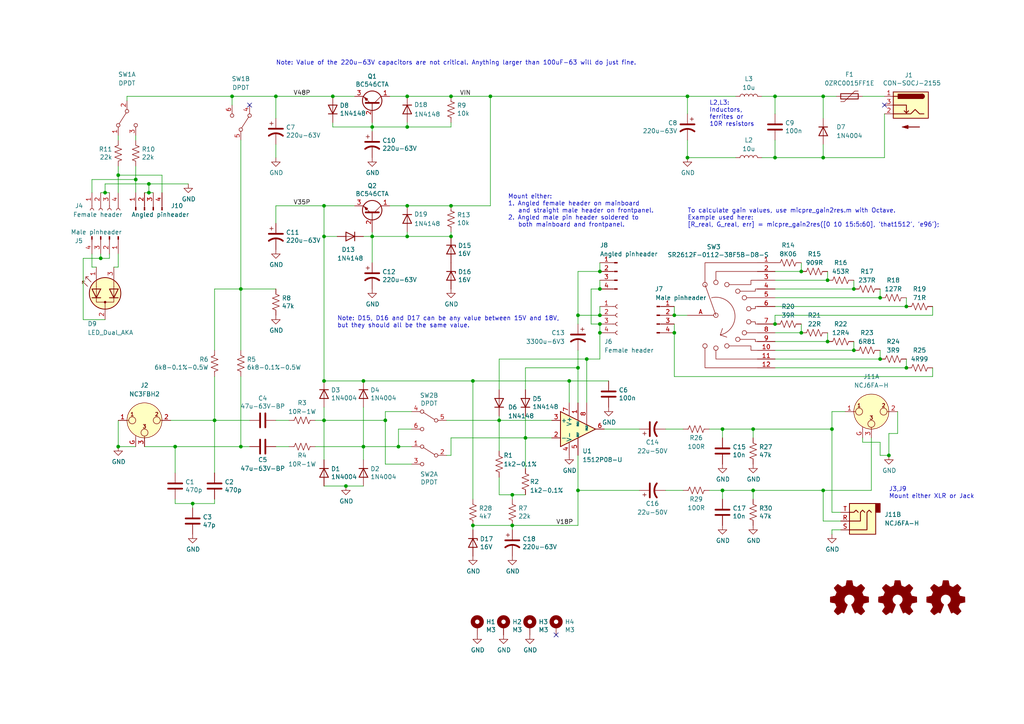
<source format=kicad_sch>
(kicad_sch (version 20231120) (generator "eeschema") (generator_version "8.0")
  (paper "A4")
  (title_block (title "ThatMicPre") (date "2023-03-15") (rev "2.0") (company "github.com/ojg/thatmicpre") (comment 1 "Rackmount version"))
  (junction (at 232.41 78.74))
  (junction (at 130.81 68.58))
  (junction (at 29.21 74.93))
  (junction (at 224.79 45.72))
  (junction (at 107.95 36.83))
  (junction (at 118.11 27.94))
  (junction (at 170.18 104.14))
  (junction (at 165.1 110.49))
  (junction (at 80.01 27.94))
  (junction (at 93.98 110.49))
  (junction (at 62.23 121.92))
  (junction (at 43.18 53.34))
  (junction (at 105.41 129.54))
  (junction (at 148.59 143.51))
  (junction (at 173.99 96.52))
  (junction (at 238.76 27.94))
  (junction (at 137.16 152.4))
  (junction (at 115.57 129.54))
  (junction (at 224.79 93.98))
  (junction (at 255.27 86.36))
  (junction (at 218.44 124.46))
  (junction (at 195.58 96.52))
  (junction (at 240.03 99.06))
  (junction (at 238.76 142.24))
  (junction (at 69.85 129.54))
  (junction (at 111.76 121.92))
  (junction (at 34.29 129.54))
  (junction (at 255.27 104.14))
  (junction (at 34.29 50.8))
  (junction (at 69.85 83.82))
  (junction (at 118.11 36.83))
  (junction (at 209.55 142.24))
  (junction (at 173.99 83.82))
  (junction (at 173.99 78.74))
  (junction (at 257.81 132.08))
  (junction (at 137.16 110.49))
  (junction (at 152.4 127))
  (junction (at 93.98 121.92))
  (junction (at 55.88 146.05))
  (junction (at 107.95 68.58))
  (junction (at 50.8 129.54))
  (junction (at 93.98 59.69))
  (junction (at 167.64 142.24))
  (junction (at 148.59 152.4))
  (junction (at 144.78 121.92))
  (junction (at 224.79 27.94))
  (junction (at 100.33 140.97))
  (junction (at 118.11 68.58))
  (junction (at 43.18 55.88))
  (junction (at 67.31 27.94))
  (junction (at 232.41 96.52))
  (junction (at 240.03 81.28))
  (junction (at 118.11 59.69))
  (junction (at 209.55 124.46))
  (junction (at 218.44 142.24))
  (junction (at 262.89 88.9))
  (junction (at 247.65 83.82))
  (junction (at 39.37 52.07))
  (junction (at 247.65 101.6))
  (junction (at 30.48 55.88))
  (junction (at 173.99 93.98))
  (junction (at 238.76 45.72))
  (junction (at 130.81 59.69))
  (junction (at 262.89 106.68))
  (junction (at 241.3 124.46))
  (junction (at 96.52 27.94))
  (junction (at 199.39 45.72))
  (junction (at 105.41 110.49))
  (junction (at 173.99 91.44))
  (junction (at 167.64 91.44))
  (junction (at 93.98 68.58))
  (junction (at 142.24 27.94))
  (junction (at 167.64 106.68))
  (junction (at 199.39 27.94))
  (junction (at 130.81 27.94))
  (junction (at 195.58 91.44))
  (no_connect (at 72.39 30.48))
  (no_connect (at 161.29 184.15))
  (no_connect (at 256.54 30.48))
  (wire (pts (xy 170.18 104.14) (xy 170.18 116.84)))
  (wire (pts (xy 238.76 27.94) (xy 242.57 27.94)))
  (wire (pts (xy 29.21 74.93) (xy 24.13 74.93)))
  (wire (pts (xy 41.91 55.88) (xy 43.18 55.88)))
  (wire (pts (xy 255.27 101.6) (xy 255.27 104.14)))
  (wire (pts (xy 69.85 83.82) (xy 80.01 83.82)))
  (wire (pts (xy 209.55 144.78) (xy 209.55 142.24)))
  (wire (pts (xy 93.98 59.69) (xy 102.87 59.69)))
  (wire (pts (xy 33.02 77.47) (xy 34.29 77.47)))
  (wire (pts (xy 255.27 128.27) (xy 255.27 132.08)))
  (wire (pts (xy 67.31 27.94) (xy 80.01 27.94)))
  (wire (pts (xy 29.21 73.66) (xy 29.21 74.93)))
  (wire (pts (xy 34.29 48.26) (xy 34.29 50.8)))
  (wire (pts (xy 69.85 109.22) (xy 69.85 129.54)))
  (wire (pts (xy 205.74 142.24) (xy 209.55 142.24)))
  (wire (pts (xy 130.81 68.58) (xy 130.81 67.31)))
  (wire (pts (xy 80.01 64.77) (xy 80.01 59.69)))
  (wire (pts (xy 240.03 78.74) (xy 240.03 81.28)))
  (wire (pts (xy 137.16 144.78) (xy 137.16 110.49)))
  (wire (pts (xy 167.64 91.44) (xy 173.99 91.44)))
  (wire (pts (xy 256.54 33.02) (xy 256.54 45.72)))
  (wire (pts (xy 167.64 101.6) (xy 167.64 106.68)))
  (wire (pts (xy 185.42 124.46) (xy 175.26 124.46)))
  (wire (pts (xy 107.95 38.1) (xy 107.95 36.83)))
  (wire (pts (xy 241.3 119.38) (xy 241.3 124.46)))
  (wire (pts (xy 195.58 96.52) (xy 195.58 109.22)))
  (wire (pts (xy 137.16 153.67) (xy 137.16 152.4)))
  (wire (pts (xy 160.02 127) (xy 152.4 127)))
  (wire (pts (xy 224.79 93.98) (xy 224.79 91.44)))
  (wire (pts (xy 137.16 110.49) (xy 165.1 110.49)))
  (wire (pts (xy 50.8 137.16) (xy 50.8 129.54)))
  (wire (pts (xy 93.98 121.92) (xy 93.98 133.35)))
  (wire (pts (xy 118.11 27.94) (xy 130.81 27.94)))
  (wire (pts (xy 80.01 41.91) (xy 80.01 45.72)))
  (wire (pts (xy 250.19 128.27) (xy 250.19 127)))
  (wire (pts (xy 224.79 81.28) (xy 240.03 81.28)))
  (wire (pts (xy 167.64 152.4) (xy 167.64 142.24)))
  (wire (pts (xy 80.01 34.29) (xy 80.01 27.94)))
  (wire (pts (xy 247.65 81.28) (xy 247.65 83.82)))
  (wire (pts (xy 105.41 129.54) (xy 105.41 118.11)))
  (wire (pts (xy 241.3 148.59) (xy 241.3 124.46)))
  (wire (pts (xy 241.3 119.38) (xy 245.11 119.38)))
  (wire (pts (xy 148.59 143.51) (xy 152.4 143.51)))
  (wire (pts (xy 224.79 106.68) (xy 262.89 106.68)))
  (wire (pts (xy 199.39 27.94) (xy 199.39 33.02)))
  (wire (pts (xy 173.99 96.52) (xy 173.99 104.14)))
  (wire (pts (xy 224.79 96.52) (xy 232.41 96.52)))
  (wire (pts (xy 144.78 143.51) (xy 148.59 143.51)))
  (wire (pts (xy 152.4 120.65) (xy 152.4 127)))
  (wire (pts (xy 26.67 55.88) (xy 26.67 52.07)))
  (wire (pts (xy 224.79 40.64) (xy 224.79 45.72)))
  (wire (pts (xy 129.54 121.92) (xy 144.78 121.92)))
  (wire (pts (xy 224.79 45.72) (xy 238.76 45.72)))
  (wire (pts (xy 107.95 35.56) (xy 107.95 36.83)))
  (wire (pts (xy 224.79 99.06) (xy 240.03 99.06)))
  (wire (pts (xy 218.44 124.46) (xy 241.3 124.46)))
  (wire (pts (xy 93.98 140.97) (xy 100.33 140.97)))
  (wire (pts (xy 30.48 53.34) (xy 43.18 53.34)))
  (wire (pts (xy 105.41 133.35) (xy 105.41 129.54)))
  (wire (pts (xy 199.39 27.94) (xy 213.36 27.94)))
  (wire (pts (xy 83.82 121.92) (xy 80.01 121.92)))
  (wire (pts (xy 255.27 83.82) (xy 255.27 86.36)))
  (wire (pts (xy 241.3 153.67) (xy 241.3 154.94)))
  (wire (pts (xy 43.18 55.88) (xy 43.18 53.34)))
  (wire (pts (xy 255.27 132.08) (xy 257.81 132.08)))
  (wire (pts (xy 30.48 55.88) (xy 30.48 53.34)))
  (wire (pts (xy 130.81 36.83) (xy 130.81 35.56)))
  (wire (pts (xy 107.95 68.58) (xy 118.11 68.58)))
  (wire (pts (xy 247.65 83.82) (xy 224.79 83.82)))
  (wire (pts (xy 148.59 153.67) (xy 148.59 152.4)))
  (wire (pts (xy 115.57 124.46) (xy 115.57 129.54)))
  (wire (pts (xy 198.12 142.24) (xy 193.04 142.24)))
  (wire (pts (xy 144.78 143.51) (xy 144.78 138.43)))
  (wire (pts (xy 232.41 93.98) (xy 232.41 96.52)))
  (wire (pts (xy 224.79 88.9) (xy 262.89 88.9)))
  (wire (pts (xy 224.79 86.36) (xy 255.27 86.36)))
  (wire (pts (xy 171.45 93.98) (xy 171.45 83.82)))
  (wire (pts (xy 34.29 73.66) (xy 34.29 77.47)))
  (wire (pts (xy 80.01 27.94) (xy 96.52 27.94)))
  (wire (pts (xy 240.03 96.52) (xy 240.03 99.06)))
  (wire (pts (xy 55.88 147.32) (xy 55.88 146.05)))
  (wire (pts (xy 29.21 55.88) (xy 30.48 55.88)))
  (wire (pts (xy 195.58 88.9) (xy 195.58 91.44)))
  (wire (pts (xy 118.11 35.56) (xy 118.11 36.83)))
  (wire (pts (xy 224.79 27.94) (xy 224.79 33.02)))
  (wire (pts (xy 36.83 29.21) (xy 36.83 27.94)))
  (wire (pts (xy 31.75 73.66) (xy 31.75 74.93)))
  (wire (pts (xy 144.78 120.65) (xy 144.78 121.92)))
  (wire (pts (xy 218.44 142.24) (xy 238.76 142.24)))
  (wire (pts (xy 39.37 48.26) (xy 39.37 52.07)))
  (wire (pts (xy 50.8 146.05) (xy 55.88 146.05)))
  (wire (pts (xy 260.35 125.73) (xy 257.81 125.73)))
  (wire (pts (xy 152.4 135.89) (xy 152.4 127)))
  (wire (pts (xy 118.11 59.69) (xy 130.81 59.69)))
  (wire (pts (xy 250.19 128.27) (xy 255.27 128.27)))
  (wire (pts (xy 93.98 110.49) (xy 105.41 110.49)))
  (wire (pts (xy 83.82 129.54) (xy 80.01 129.54)))
  (wire (pts (xy 130.81 27.94) (xy 142.24 27.94)))
  (wire (pts (xy 43.18 53.34) (xy 54.61 53.34)))
  (wire (pts (xy 93.98 118.11) (xy 93.98 121.92)))
  (wire (pts (xy 170.18 104.14) (xy 173.99 104.14)))
  (wire (pts (xy 224.79 91.44) (xy 270.51 91.44)))
  (wire (pts (xy 24.13 74.93) (xy 24.13 92.71)))
  (wire (pts (xy 119.38 124.46) (xy 115.57 124.46)))
  (wire (pts (xy 165.1 110.49) (xy 176.53 110.49)))
  (wire (pts (xy 118.11 36.83) (xy 130.81 36.83)))
  (wire (pts (xy 167.64 91.44) (xy 167.64 93.98)))
  (wire (pts (xy 24.13 92.71) (xy 30.48 92.71)))
  (wire (pts (xy 96.52 35.56) (xy 96.52 36.83)))
  (wire (pts (xy 198.12 124.46) (xy 193.04 124.46)))
  (wire (pts (xy 137.16 152.4) (xy 148.59 152.4)))
  (wire (pts (xy 270.51 109.22) (xy 270.51 106.68)))
  (wire (pts (xy 100.33 140.97) (xy 105.41 140.97)))
  (wire (pts (xy 160.02 121.92) (xy 144.78 121.92)))
  (wire (pts (xy 105.41 68.58) (xy 107.95 68.58)))
  (wire (pts (xy 111.76 134.62) (xy 111.76 121.92)))
  (wire (pts (xy 34.29 129.54) (xy 34.29 121.92)))
  (wire (pts (xy 238.76 45.72) (xy 256.54 45.72)))
  (wire (pts (xy 46.99 50.8) (xy 34.29 50.8)))
  (wire (pts (xy 220.98 45.72) (xy 224.79 45.72)))
  (wire (pts (xy 238.76 142.24) (xy 252.73 142.24)))
  (wire (pts (xy 97.79 68.58) (xy 93.98 68.58)))
  (wire (pts (xy 260.35 125.73) (xy 260.35 119.38)))
  (wire (pts (xy 270.51 91.44) (xy 270.51 88.9)))
  (wire (pts (xy 144.78 130.81) (xy 144.78 121.92)))
  (wire (pts (xy 62.23 121.92) (xy 72.39 121.92)))
  (wire (pts (xy 119.38 129.54) (xy 115.57 129.54)))
  (wire (pts (xy 247.65 99.06) (xy 247.65 101.6)))
  (wire (pts (xy 50.8 144.78) (xy 50.8 146.05)))
  (wire (pts (xy 238.76 151.13) (xy 238.76 142.24)))
  (wire (pts (xy 224.79 27.94) (xy 220.98 27.94)))
  (wire (pts (xy 31.75 74.93) (xy 29.21 74.93)))
  (wire (pts (xy 171.45 83.82) (xy 173.99 83.82)))
  (wire (pts (xy 130.81 132.08) (xy 129.54 132.08)))
  (wire (pts (xy 105.41 129.54) (xy 115.57 129.54)))
  (wire (pts (xy 195.58 91.44) (xy 199.39 91.44)))
  (wire (pts (xy 238.76 34.29) (xy 238.76 27.94)))
  (wire (pts (xy 113.03 59.69) (xy 118.11 59.69)))
  (wire (pts (xy 111.76 121.92) (xy 111.76 119.38)))
  (wire (pts (xy 62.23 121.92) (xy 62.23 137.16)))
  (wire (pts (xy 238.76 45.72) (xy 238.76 41.91)))
  (wire (pts (xy 173.99 88.9) (xy 173.99 91.44)))
  (wire (pts (xy 262.89 104.14) (xy 262.89 106.68)))
  (wire (pts (xy 224.79 101.6) (xy 247.65 101.6)))
  (wire (pts (xy 34.29 129.54) (xy 39.37 129.54)))
  (wire (pts (xy 224.79 104.14) (xy 255.27 104.14)))
  (wire (pts (xy 167.64 142.24) (xy 167.64 132.08)))
  (wire (pts (xy 119.38 134.62) (xy 111.76 134.62)))
  (wire (pts (xy 55.88 146.05) (xy 62.23 146.05)))
  (wire (pts (xy 69.85 83.82) (xy 62.23 83.82)))
  (wire (pts (xy 69.85 101.6) (xy 69.85 83.82)))
  (wire (pts (xy 167.64 78.74) (xy 173.99 78.74)))
  (wire (pts (xy 232.41 78.74) (xy 224.79 78.74)))
  (wire (pts (xy 262.89 86.36) (xy 262.89 88.9)))
  (wire (pts (xy 250.19 27.94) (xy 256.54 27.94)))
  (wire (pts (xy 96.52 27.94) (xy 102.87 27.94)))
  (wire (pts (xy 62.23 109.22) (xy 62.23 121.92)))
  (wire (pts (xy 107.95 36.83) (xy 118.11 36.83)))
  (wire (pts (xy 118.11 27.94) (xy 113.03 27.94)))
  (wire (pts (xy 93.98 68.58) (xy 93.98 110.49)))
  (wire (pts (xy 165.1 110.49) (xy 165.1 116.84)))
  (wire (pts (xy 148.59 152.4) (xy 167.64 152.4)))
  (wire (pts (xy 91.44 121.92) (xy 93.98 121.92)))
  (wire (pts (xy 43.18 55.88) (xy 44.45 55.88)))
  (wire (pts (xy 26.67 73.66) (xy 26.67 77.47)))
  (wire (pts (xy 118.11 67.31) (xy 118.11 68.58)))
  (wire (pts (xy 62.23 146.05) (xy 62.23 144.78)))
  (wire (pts (xy 142.24 27.94) (xy 199.39 27.94)))
  (wire (pts (xy 238.76 27.94) (xy 224.79 27.94)))
  (wire (pts (xy 252.73 127) (xy 252.73 142.24)))
  (wire (pts (xy 199.39 40.64) (xy 199.39 45.72)))
  (wire (pts (xy 243.84 148.59) (xy 241.3 148.59)))
  (wire (pts (xy 205.74 124.46) (xy 209.55 124.46)))
  (wire (pts (xy 69.85 129.54) (xy 72.39 129.54)))
  (wire (pts (xy 107.95 68.58) (xy 107.95 76.2)))
  (wire (pts (xy 46.99 55.88) (xy 46.99 50.8)))
  (wire (pts (xy 167.64 106.68) (xy 167.64 116.84)))
  (wire (pts (xy 185.42 142.24) (xy 167.64 142.24)))
  (wire (pts (xy 50.8 129.54) (xy 69.85 129.54)))
  (wire (pts (xy 152.4 106.68) (xy 167.64 106.68)))
  (wire (pts (xy 144.78 104.14) (xy 170.18 104.14)))
  (wire (pts (xy 107.95 67.31) (xy 107.95 68.58)))
  (wire (pts (xy 41.91 129.54) (xy 50.8 129.54)))
  (wire (pts (xy 69.85 40.64) (xy 69.85 83.82)))
  (wire (pts (xy 67.31 27.94) (xy 67.31 30.48)))
  (wire (pts (xy 173.99 93.98) (xy 171.45 93.98)))
  (wire (pts (xy 148.59 144.78) (xy 148.59 143.51)))
  (wire (pts (xy 39.37 39.37) (xy 39.37 40.64)))
  (wire (pts (xy 26.67 52.07) (xy 39.37 52.07)))
  (wire (pts (xy 173.99 81.28) (xy 173.99 83.82)))
  (wire (pts (xy 26.67 77.47) (xy 27.94 77.47)))
  (wire (pts (xy 142.24 59.69) (xy 142.24 27.94)))
  (wire (pts (xy 243.84 151.13) (xy 238.76 151.13)))
  (wire (pts (xy 232.41 76.2) (xy 232.41 78.74)))
  (wire (pts (xy 209.55 142.24) (xy 218.44 142.24)))
  (wire (pts (xy 209.55 127) (xy 209.55 124.46)))
  (wire (pts (xy 91.44 129.54) (xy 105.41 129.54)))
  (wire (pts (xy 218.44 127) (xy 218.44 124.46)))
  (wire (pts (xy 34.29 50.8) (xy 34.29 55.88)))
  (wire (pts (xy 30.48 55.88) (xy 31.75 55.88)))
  (wire (pts (xy 173.99 93.98) (xy 173.99 96.52)))
  (wire (pts (xy 62.23 121.92) (xy 49.53 121.92)))
  (wire (pts (xy 130.81 127) (xy 152.4 127)))
  (wire (pts (xy 195.58 93.98) (xy 195.58 96.52)))
  (wire (pts (xy 105.41 110.49) (xy 137.16 110.49)))
  (wire (pts (xy 93.98 59.69) (xy 93.98 68.58)))
  (wire (pts (xy 36.83 27.94) (xy 67.31 27.94)))
  (wire (pts (xy 34.29 39.37) (xy 34.29 40.64)))
  (wire (pts (xy 144.78 113.03) (xy 144.78 104.14)))
  (wire (pts (xy 130.81 59.69) (xy 142.24 59.69)))
  (wire (pts (xy 167.64 91.44) (xy 167.64 78.74)))
  (wire (pts (xy 195.58 109.22) (xy 270.51 109.22)))
  (wire (pts (xy 209.55 124.46) (xy 218.44 124.46)))
  (wire (pts (xy 80.01 59.69) (xy 93.98 59.69)))
  (wire (pts (xy 118.11 68.58) (xy 130.81 68.58)))
  (wire (pts (xy 199.39 45.72) (xy 213.36 45.72)))
  (wire (pts (xy 62.23 83.82) (xy 62.23 101.6)))
  (wire (pts (xy 257.81 125.73) (xy 257.81 132.08)))
  (wire (pts (xy 152.4 113.03) (xy 152.4 106.68)))
  (wire (pts (xy 218.44 144.78) (xy 218.44 142.24)))
  (wire (pts (xy 96.52 36.83) (xy 107.95 36.83)))
  (wire (pts (xy 173.99 76.2) (xy 173.99 78.74)))
  (wire (pts (xy 111.76 119.38) (xy 119.38 119.38)))
  (wire (pts (xy 243.84 153.67) (xy 241.3 153.67)))
  (wire (pts (xy 93.98 121.92) (xy 111.76 121.92)))
  (wire (pts (xy 130.81 132.08) (xy 130.81 127)))
  (wire (pts (xy 39.37 52.07) (xy 39.37 55.88)))
  (text "To calculate gain values, use micpre_gain2res.m with Octave.\nExample used here:\n[R_real, G_real, err] = micpre_gain2res([0 10 15:5:60], 'that1512', 'e96');" (at 199.39 66.04 0) (effects (font (size 1.27 1.27)) (justify left bottom)))
  (text "J3,J9\nMount either XLR or Jack" (at 257.81 144.78 0) (effects (font (size 1.27 1.27)) (justify left bottom)))
  (text "Mount either:\n1. Angled female header on mainboard\n   and straight male header on frontpanel.\n2. Angled male pin header soldered to\n   both mainboard and frontpanel." (at 147.32 66.04 0) (effects (font (size 1.27 1.27)) (justify left bottom)))
  (text "L2,L3:\nInductors,\nferrites or\n10R resistors" (at 205.74 36.83 0) (effects (font (size 1.27 1.27)) (justify left bottom)))
  (text "Note: Value of the 220u-63V capacitors are not critical. Anything larger than 100uF-63 will do just fine." (at 80.01 19.05 0) (effects (font (size 1.27 1.27)) (justify left bottom)))
  (text "Note: D15, D16 and D17 can be any value between 15V and 18V,\nbut they should all be the same value." (at 97.79 95.25 0) (effects (font (size 1.27 1.27)) (justify left bottom)))
  (label "V48P" (at 85.09 27.94 0))
  (label "VIN" (at 133.35 27.94 0))
  (label "V18P" (at 161.29 152.4 0))
  (label "V35P" (at 85.09 59.69 0))
  (symbol (lib_id "Amplifier_Audio:SSM2017P") (at 167.64 124.46 0) (unit 1)
    (property "Reference" "U1" (at 168.91 130.81 0) (effects (justify left)))
    (property "Value" "1512P08-U" (at 168.91 133.35 0) (effects (justify left)))
    (property "Footprint" "Package_DIP:DIP-8_W7.62mm" (effects (hide yes)))
    (property "Mfr Part Nr" "1512P08-U" (effects (hide yes)))
  )
  (symbol (lib_id "Device:R_US") (at 62.23 105.41 0) (mirror y) (unit 1)
    (property "Reference" "R6" (at 60.5028 104.2416 0) (effects (justify left)))
    (property "Value" "6k8-0.1%-0.5W" (at 60.5028 106.553 0) (effects (justify left)))
    (property "Footprint" "Resistor_THT:R_Axial_DIN0207_L6.3mm_D2.5mm_P10.16mm_Horizontal" (effects (hide yes)))
    (property "Mfr Part Nr" "CMF556K8100BEEK" (effects (hide yes)))
  )
  (symbol (lib_id "Device:R_US") (at 69.85 105.41 0) (unit 1)
    (property "Reference" "R5" (at 71.5772 104.2416 0) (effects (justify left)))
    (property "Value" "6k8-0.1%-0.5W" (at 71.5772 106.553 0) (effects (justify left)))
    (property "Footprint" "Resistor_THT:R_Axial_DIN0207_L6.3mm_D2.5mm_P10.16mm_Horizontal" (effects (hide yes)))
    (property "Mfr Part Nr" "CMF556K8100BEEK" (effects (hide yes)))
  )
  (symbol (lib_id "Device:C") (at 76.2 121.92 90) (mirror x) (unit 1)
    (property "Reference" "C4" (at 76.2 115.5192 90))
    (property "Value" "47u-63V-BP" (at 76.2 117.8306 90))
    (property "Footprint" "Capacitor_THT:C_Radial_D10.0mm_H16.0mm_P5.00mm" (effects (hide yes)))
    (property "Mfr Part Nr" "UVP1J470MPD" (effects (hide yes)))
  )
  (symbol (lib_id "Device:C") (at 76.2 129.54 90) (unit 1)
    (property "Reference" "C5" (at 76.2 133.35 90))
    (property "Value" "47u-63V-BP" (at 76.2 135.89 90))
    (property "Footprint" "Capacitor_THT:C_Radial_D10.0mm_H16.0mm_P5.00mm" (effects (hide yes)))
    (property "Mfr Part Nr" "UVP1J470MPD" (effects (hide yes)))
  )
  (symbol (lib_id "Device:R_US") (at 144.78 134.62 0) (unit 1)
    (property "Reference" "R1" (at 146.05 132.08 0) (effects (justify left)))
    (property "Value" "1k2-0.1%" (at 146.05 134.62 0) (effects (justify left)))
    (property "Footprint" "Resistor_THT:R_Axial_DIN0207_L6.3mm_D2.5mm_P10.16mm_Horizontal" (effects (hide yes)))
    (property "Mfr Part Nr" "YR1B1K21CC" (effects (hide yes)))
  )
  (symbol (lib_id "Device:R_US") (at 152.4 139.7 0) (unit 1)
    (property "Reference" "R2" (at 153.67 139.7 0) (effects (justify left)))
    (property "Value" "1k2-0.1%" (at 153.67 142.24 0) (effects (justify left)))
    (property "Footprint" "Resistor_THT:R_Axial_DIN0207_L6.3mm_D2.5mm_P10.16mm_Horizontal" (effects (hide yes)))
    (property "Mfr Part Nr" "YR1B1K21CC" (effects (hide yes)))
  )
  (symbol (lib_id "Device:R_US") (at 148.59 148.59 0) (unit 1)
    (property "Reference" "R7" (at 150.3172 147.4216 0) (effects (justify left)))
    (property "Value" "22k" (at 150.3172 149.733 0) (effects (justify left)))
    (property "Footprint" "Resistor_THT:R_Axial_DIN0207_L6.3mm_D2.5mm_P10.16mm_Horizontal" (effects (hide yes)))
    (property "Mfr Part Nr" "MBB02070C2202FCT00" (effects (hide yes)))
  )
  (symbol (lib_id "Device:R_US") (at 87.63 129.54 270) (unit 1)
    (property "Reference" "R4" (at 87.63 132.08 90))
    (property "Value" "10R-1W" (at 87.63 134.62 90))
    (property "Footprint" "Resistor_THT:R_Axial_DIN0207_L6.3mm_D2.5mm_P10.16mm_Horizontal" (effects (hide yes)))
    (property "Mfr Part Nr" "CPF110R000FEB14" (effects (hide yes)))
  )
  (symbol (lib_id "Device:R_US") (at 87.63 121.92 270) (unit 1)
    (property "Reference" "R3" (at 87.63 116.84 90))
    (property "Value" "10R-1W" (at 87.63 119.38 90))
    (property "Footprint" "Resistor_THT:R_Axial_DIN0207_L6.3mm_D2.5mm_P10.16mm_Horizontal" (effects (hide yes)))
    (property "Mfr Part Nr" "CPF110R000FEB14" (effects (hide yes)))
  )
  (symbol (lib_id "Device:D") (at 93.98 137.16 270) (unit 1)
    (property "Reference" "D1" (at 95.9866 135.9916 90) (effects (justify left)))
    (property "Value" "1N4004" (at 95.9866 138.303 90) (effects (justify left)))
    (property "Footprint" "Diode_THT:D_DO-41_SOD81_P10.16mm_Horizontal" (effects (hide yes)))
    (property "Mfr Part Nr" "1N4004GP" (effects (hide yes)))
  )
  (symbol (lib_id "Device:D") (at 105.41 137.16 270) (unit 1)
    (property "Reference" "D2" (at 107.4166 135.9916 90) (effects (justify left)))
    (property "Value" "1N4004" (at 107.4166 138.303 90) (effects (justify left)))
    (property "Footprint" "Diode_THT:D_DO-41_SOD81_P10.16mm_Horizontal" (effects (hide yes)))
    (property "Mfr Part Nr" "1N4004GP" (effects (hide yes)))
  )
  (symbol (lib_id "Device:D") (at 93.98 114.3 270) (unit 1)
    (property "Reference" "D3" (at 95.9866 113.1316 90) (effects (justify left)))
    (property "Value" "1N4004" (at 95.9866 115.443 90) (effects (justify left)))
    (property "Footprint" "Diode_THT:D_DO-41_SOD81_P10.16mm_Horizontal" (effects (hide yes)))
    (property "Mfr Part Nr" "1N4004GP" (effects (hide yes)))
  )
  (symbol (lib_id "Device:D") (at 105.41 114.3 270) (unit 1)
    (property "Reference" "D4" (at 107.4166 113.1316 90) (effects (justify left)))
    (property "Value" "1N4004" (at 107.4166 115.443 90) (effects (justify left)))
    (property "Footprint" "Diode_THT:D_DO-41_SOD81_P10.16mm_Horizontal" (effects (hide yes)))
    (property "Mfr Part Nr" "1N4004GP" (effects (hide yes)))
  )
  (symbol (lib_id "power:GND") (at 100.33 140.97 0) (unit 1)
    (property "Reference" "#PWR019" (effects (hide yes)))
    (property "Value" "GND" (at 100.457 145.3642 0))
  )
  (symbol (lib_id "power:GND") (at 165.1 132.08 0) (unit 1)
    (property "Reference" "#PWR015" (effects (hide yes)))
    (property "Value" "GND" (at 165.227 136.4742 0))
  )
  (symbol (lib_id "Device:R_US") (at 39.37 44.45 0) (unit 1)
    (property "Reference" "R10" (at 41.0972 43.2816 0) (effects (justify left)))
    (property "Value" "22k" (at 41.0972 45.593 0) (effects (justify left)))
    (property "Footprint" "Resistor_THT:R_Axial_DIN0207_L6.3mm_D2.5mm_P10.16mm_Horizontal" (effects (hide yes)))
    (property "Mfr Part Nr" "MBB02070C2202FCT00" (effects (hide yes)))
  )
  (symbol (lib_id "Device:R_US") (at 137.16 148.59 0) (unit 1)
    (property "Reference" "R28" (at 138.8872 147.4216 0) (effects (justify left)))
    (property "Value" "4k7" (at 138.8872 149.733 0) (effects (justify left)))
    (property "Footprint" "Resistor_THT:R_Axial_DIN0207_L6.3mm_D2.5mm_P10.16mm_Horizontal" (effects (hide yes)))
    (property "Mfr Part Nr" "MBB02070C4701FCT00" (effects (hide yes)))
  )
  (symbol (lib_id "Device:D_Zener") (at 137.16 157.48 270) (unit 1)
    (property "Reference" "D17" (at 139.1666 156.3116 90) (effects (justify left)))
    (property "Value" "16V" (at 139.1666 158.623 90) (effects (justify left)))
    (property "Footprint" "Diode_THT:D_DO-34_SOD68_P7.62mm_Horizontal" (effects (hide yes)))
    (property "Mfr Part Nr" "BZX55B16" (effects (hide yes)))
  )
  (symbol (lib_id "Device:C_Polarized_US") (at 148.59 157.48 0) (unit 1)
    (property "Reference" "C18" (at 151.511 156.3116 0) (effects (justify left)))
    (property "Value" "220u-63V" (at 151.511 158.623 0) (effects (justify left)))
    (property "Footprint" "Capacitor_THT:CP_Radial_D10.0mm_P5.00mm" (effects (hide yes)))
    (property "Mfr Part Nr" "UPW1J221MPD" (effects (hide yes)))
  )
  (symbol (lib_id "power:GND") (at 137.16 161.29 0) (unit 1)
    (property "Reference" "#PWR023" (effects (hide yes)))
    (property "Value" "GND" (at 137.287 165.6842 0))
  )
  (symbol (lib_id "power:GND") (at 148.59 161.29 0) (unit 1)
    (property "Reference" "#PWR024" (effects (hide yes)))
    (property "Value" "GND" (at 148.717 165.6842 0))
  )
  (symbol (lib_id "Device:Q_NPN_CBE") (at 107.95 30.48 270) (mirror x) (unit 1)
    (property "Reference" "Q1" (at 107.95 22.1488 90))
    (property "Value" "BC546CTA" (at 107.95 24.4602 90))
    (property "Footprint" "Package_TO_SOT_THT:TO-92_Inline_Wide" (effects (hide yes)))
    (property "Mfr Part Nr" "BC546CTA" (effects (hide yes)))
  )
  (symbol (lib_id "Device:R_US") (at 130.81 31.75 0) (unit 1)
    (property "Reference" "R9" (at 132.5372 30.5816 0) (effects (justify left)))
    (property "Value" "10k" (at 132.5372 32.893 0) (effects (justify left)))
    (property "Footprint" "Resistor_THT:R_Axial_DIN0207_L6.3mm_D2.5mm_P10.16mm_Horizontal" (effects (hide yes)))
    (property "Mfr Part Nr" "MBB02070C1002FCT00" (effects (hide yes)))
  )
  (symbol (lib_id "Device:C_Polarized_US") (at 107.95 41.91 0) (unit 1)
    (property "Reference" "C10" (at 110.871 40.7416 0) (effects (justify left)))
    (property "Value" "220u-63V" (at 110.871 43.053 0) (effects (justify left)))
    (property "Footprint" "Capacitor_THT:CP_Radial_D10.0mm_P5.00mm" (effects (hide yes)))
    (property "Mfr Part Nr" "UPW1J221MPD" (effects (hide yes)))
  )
  (symbol (lib_id "power:GND") (at 107.95 45.72 0) (unit 1)
    (property "Reference" "#PWR06" (effects (hide yes)))
    (property "Value" "GND" (at 108.077 50.1142 0))
  )
  (symbol (lib_id "Device:C_Polarized_US") (at 80.01 68.58 0) (unit 1)
    (property "Reference" "C11" (at 82.931 67.4116 0) (effects (justify left)))
    (property "Value" "220u-63V" (at 82.931 69.723 0) (effects (justify left)))
    (property "Footprint" "Capacitor_THT:CP_Radial_D10.0mm_P5.00mm" (effects (hide yes)))
    (property "Mfr Part Nr" "UPW1J221MPD" (effects (hide yes)))
  )
  (symbol (lib_id "power:GND") (at 80.01 72.39 0) (unit 1)
    (property "Reference" "#PWR09" (effects (hide yes)))
    (property "Value" "GND" (at 80.137 76.7842 0))
  )
  (symbol (lib_id "Device:Q_NPN_CBE") (at 107.95 62.23 270) (mirror x) (unit 1)
    (property "Reference" "Q2" (at 107.95 53.8988 90))
    (property "Value" "BC546CTA" (at 107.95 56.2102 90))
    (property "Footprint" "Package_TO_SOT_THT:TO-92_Inline_Wide" (effects (hide yes)))
    (property "Mfr Part Nr" "BC546CTA" (effects (hide yes)))
  )
  (symbol (lib_id "Device:R_US") (at 130.81 63.5 0) (unit 1)
    (property "Reference" "R13" (at 132.5372 62.3316 0) (effects (justify left)))
    (property "Value" "10k" (at 132.5372 64.643 0) (effects (justify left)))
    (property "Footprint" "Resistor_THT:R_Axial_DIN0207_L6.3mm_D2.5mm_P10.16mm_Horizontal" (effects (hide yes)))
    (property "Mfr Part Nr" "MBB02070C1002FCT00" (effects (hide yes)))
  )
  (symbol (lib_id "Device:C_Polarized_US") (at 107.95 80.01 0) (unit 1)
    (property "Reference" "C12" (at 110.871 78.8416 0) (effects (justify left)))
    (property "Value" "220u-63V" (at 110.871 81.153 0) (effects (justify left)))
    (property "Footprint" "Capacitor_THT:CP_Radial_D10.0mm_P5.00mm" (effects (hide yes)))
    (property "Mfr Part Nr" "UPW1J221MPD" (effects (hide yes)))
  )
  (symbol (lib_id "power:GND") (at 107.95 83.82 0) (unit 1)
    (property "Reference" "#PWR011" (effects (hide yes)))
    (property "Value" "GND" (at 108.077 88.2142 0))
  )
  (symbol (lib_id "power:GND") (at 130.81 83.82 0) (unit 1)
    (property "Reference" "#PWR012" (effects (hide yes)))
    (property "Value" "GND" (at 130.937 88.2142 0))
  )
  (symbol (lib_id "Device:C_Polarized_US") (at 189.23 124.46 90) (unit 1)
    (property "Reference" "C14" (at 189.23 128.27 90))
    (property "Value" "22u-50V" (at 189.23 130.81 90))
    (property "Footprint" "Capacitor_THT:CP_Radial_D6.3mm_P2.50mm" (effects (hide yes)))
    (property "Mfr Part Nr" "UEP1V220MED" (effects (hide yes)))
  )
  (symbol (lib_id "Device:R_US") (at 201.93 124.46 270) (unit 1)
    (property "Reference" "R26" (at 201.93 127 90))
    (property "Value" "100R" (at 201.93 129.54 90))
    (property "Footprint" "Resistor_THT:R_Axial_DIN0207_L6.3mm_D2.5mm_P10.16mm_Horizontal" (effects (hide yes)))
    (property "Mfr Part Nr" "MFR50SFTE52-100R" (effects (hide yes)))
  )
  (symbol (lib_id "Device:R_US") (at 218.44 130.81 0) (unit 1)
    (property "Reference" "R27" (at 220.1672 129.6416 0) (effects (justify left)))
    (property "Value" "47k" (at 220.1672 131.953 0) (effects (justify left)))
    (property "Footprint" "Resistor_THT:R_Axial_DIN0207_L6.3mm_D2.5mm_P10.16mm_Horizontal" (effects (hide yes)))
    (property "Mfr Part Nr" "MBB02070C4702FCT00" (effects (hide yes)))
  )
  (symbol (lib_id "Device:C") (at 209.55 130.81 0) (unit 1)
    (property "Reference" "C15" (at 212.471 129.6416 0) (effects (justify left)))
    (property "Value" "10n" (at 212.471 131.953 0) (effects (justify left)))
    (property "Footprint" "Capacitor_THT:C_Rect_L7.2mm_W3.0mm_P5.00mm_FKS2_FKP2_MKS2_MKP2" (effects (hide yes)))
    (property "Mfr Part Nr" "PHE426DJ5100JR05" (effects (hide yes)))
  )
  (symbol (lib_id "power:GND") (at 218.44 134.62 0) (unit 1)
    (property "Reference" "#PWR018" (effects (hide yes)))
    (property "Value" "GND" (at 218.567 139.0142 0))
  )
  (symbol (lib_id "power:GND") (at 209.55 134.62 0) (unit 1)
    (property "Reference" "#PWR017" (effects (hide yes)))
    (property "Value" "GND" (at 209.677 139.0142 0))
  )
  (symbol (lib_id "Device:R_US") (at 201.93 142.24 270) (unit 1)
    (property "Reference" "R29" (at 201.93 144.78 90))
    (property "Value" "100R" (at 201.93 147.32 90))
    (property "Footprint" "Resistor_THT:R_Axial_DIN0207_L6.3mm_D2.5mm_P10.16mm_Horizontal" (effects (hide yes)))
    (property "Mfr Part Nr" "MFR50SFTE52-100R" (effects (hide yes)))
  )
  (symbol (lib_id "Device:R_US") (at 218.44 148.59 0) (unit 1)
    (property "Reference" "R30" (at 220.1672 147.4216 0) (effects (justify left)))
    (property "Value" "47k" (at 220.1672 149.733 0) (effects (justify left)))
    (property "Footprint" "Resistor_THT:R_Axial_DIN0207_L6.3mm_D2.5mm_P10.16mm_Horizontal" (effects (hide yes)))
    (property "Mfr Part Nr" "MBB02070C4702FCT00" (effects (hide yes)))
  )
  (symbol (lib_id "Device:C") (at 209.55 148.59 0) (unit 1)
    (property "Reference" "C17" (at 212.471 147.4216 0) (effects (justify left)))
    (property "Value" "10n" (at 212.471 149.733 0) (effects (justify left)))
    (property "Footprint" "Capacitor_THT:C_Rect_L7.2mm_W3.0mm_P5.00mm_FKS2_FKP2_MKS2_MKP2" (effects (hide yes)))
    (property "Mfr Part Nr" "PHE426DJ5100JR05" (effects (hide yes)))
  )
  (symbol (lib_id "power:GND") (at 218.44 152.4 0) (unit 1)
    (property "Reference" "#PWR021" (effects (hide yes)))
    (property "Value" "GND" (at 218.567 156.7942 0))
  )
  (symbol (lib_id "power:GND") (at 209.55 152.4 0) (unit 1)
    (property "Reference" "#PWR020" (effects (hide yes)))
    (property "Value" "GND" (at 209.677 156.7942 0))
  )
  (symbol (lib_id "power:GND") (at 257.81 132.08 0) (unit 1)
    (property "Reference" "#PWR016" (effects (hide yes)))
    (property "Value" "GND" (at 257.937 136.4742 0))
  )
  (symbol (lib_id "Graphic:Logo_Open_Hardware_Small") (at 274.32 173.99 0) (unit 1)
    (property "Reference" "LOGO1" (effects (hide yes)))
    (property "Value" "Logo_Open_Hardware_Small" (effects (hide yes)))
    (property "Footprint" "Symbol:OSHW-Symbol_6.7x6mm_Copper" (effects (hide yes)))
  )
  (symbol (lib_id "Device:C_Polarized_US") (at 167.64 97.79 0) (mirror y) (unit 1)
    (property "Reference" "C13" (at 163.83 96.52 0) (effects (justify left)))
    (property "Value" "3300u-6V3" (at 163.83 99.06 0) (effects (justify left)))
    (property "Footprint" "Capacitor_THT:CP_Radial_D10.0mm_P5.00mm" (effects (hide yes)))
    (property "Mfr Part Nr" "UFW0J332MPD" (effects (hide yes)))
  )
  (symbol (lib_id "Device:R_US") (at 266.7 106.68 90) (unit 1)
    (property "Reference" "R25" (at 266.7 101.6 90))
    (property "Value" "4R99" (at 266.7 104.14 90))
    (property "Footprint" "Resistor_THT:R_Axial_DIN0207_L6.3mm_D2.5mm_P10.16mm_Horizontal" (effects (hide yes)))
    (property "Mfr Part Nr" "MFR50SFTE52-4R99" (effects (hide yes)))
  )
  (symbol (lib_id "Device:R_US") (at 236.22 78.74 270) (unit 1)
    (property "Reference" "R15" (at 236.22 73.66 90))
    (property "Value" "909R" (at 236.22 76.2 90))
    (property "Footprint" "Resistor_THT:R_Axial_DIN0207_L6.3mm_D2.5mm_P10.16mm_Horizontal" (effects (hide yes)))
    (property "Mfr Part Nr" "MFR50SFTE52-909R" (effects (hide yes)))
  )
  (symbol (lib_id "Device:R_US") (at 243.84 81.28 270) (unit 1)
    (property "Reference" "R16" (at 243.84 76.2 90))
    (property "Value" "453R" (at 243.84 78.74 90))
    (property "Footprint" "Resistor_THT:R_Axial_DIN0207_L6.3mm_D2.5mm_P10.16mm_Horizontal" (effects (hide yes)))
    (property "Mfr Part Nr" "MFR50SFTE52-453R" (effects (hide yes)))
  )
  (symbol (lib_id "Device:R_US") (at 251.46 83.82 270) (unit 1)
    (property "Reference" "R17" (at 251.46 78.74 90))
    (property "Value" "237R" (at 251.46 81.28 90))
    (property "Footprint" "Resistor_THT:R_Axial_DIN0207_L6.3mm_D2.5mm_P10.16mm_Horizontal" (effects (hide yes)))
    (property "Mfr Part Nr" "MFR50SFTE52-237R" (effects (hide yes)))
  )
  (symbol (lib_id "Device:R_US") (at 259.08 86.36 270) (unit 1)
    (property "Reference" "R18" (at 259.08 81.28 90))
    (property "Value" "127R" (at 259.08 83.82 90))
    (property "Footprint" "Resistor_THT:R_Axial_DIN0207_L6.3mm_D2.5mm_P10.16mm_Horizontal" (effects (hide yes)))
    (property "Mfr Part Nr" "MFR50SFTE52-127R" (effects (hide yes)))
  )
  (symbol (lib_id "Device:R_US") (at 266.7 88.9 270) (unit 1)
    (property "Reference" "R19" (at 266.7 83.82 90))
    (property "Value" "71R" (at 266.7 86.36 90))
    (property "Footprint" "Resistor_THT:R_Axial_DIN0207_L6.3mm_D2.5mm_P10.16mm_Horizontal" (effects (hide yes)))
    (property "Mfr Part Nr" "MFR50SFTE52-71R" (effects (hide yes)))
  )
  (symbol (lib_id "Device:R_US") (at 228.6 93.98 270) (unit 1)
    (property "Reference" "R20" (at 228.6 88.9 90))
    (property "Value" "39R" (at 228.6 91.44 90))
    (property "Footprint" "Resistor_THT:R_Axial_DIN0207_L6.3mm_D2.5mm_P10.16mm_Horizontal" (effects (hide yes)))
    (property "Mfr Part Nr" "MFR50SFTE52-39R" (effects (hide yes)))
  )
  (symbol (lib_id "Device:R_US") (at 236.22 96.52 270) (unit 1)
    (property "Reference" "R21" (at 236.22 91.44 90))
    (property "Value" "22R" (at 236.22 93.98 90))
    (property "Footprint" "Resistor_THT:R_Axial_DIN0207_L6.3mm_D2.5mm_P10.16mm_Horizontal" (effects (hide yes)))
    (property "Mfr Part Nr" "MFR50SFTE52-22R" (effects (hide yes)))
  )
  (symbol (lib_id "Device:R_US") (at 243.84 99.06 270) (unit 1)
    (property "Reference" "R22" (at 243.84 93.98 90))
    (property "Value" "12R4" (at 243.84 96.52 90))
    (property "Footprint" "Resistor_THT:R_Axial_DIN0207_L6.3mm_D2.5mm_P10.16mm_Horizontal" (effects (hide yes)))
    (property "Mfr Part Nr" "MFR50SFTE52-12R4" (effects (hide yes)))
  )
  (symbol (lib_id "Device:R_US") (at 251.46 101.6 270) (unit 1)
    (property "Reference" "R23" (at 251.46 96.52 90))
    (property "Value" "6R81" (at 251.46 99.06 90))
    (property "Footprint" "Resistor_THT:R_Axial_DIN0207_L6.3mm_D2.5mm_P10.16mm_Horizontal" (effects (hide yes)))
    (property "Mfr Part Nr" "MFR50SFTE52-6R81" (effects (hide yes)))
  )
  (symbol (lib_id "Device:R_US") (at 259.08 104.14 270) (unit 1)
    (property "Reference" "R24" (at 259.08 99.06 90))
    (property "Value" "3R9" (at 259.08 101.6 90))
    (property "Footprint" "Resistor_THT:R_Axial_DIN0207_L6.3mm_D2.5mm_P10.16mm_Horizontal" (effects (hide yes)))
    (property "Mfr Part Nr" "MFR50SFTE52-3R9" (effects (hide yes)))
  )
  (symbol (lib_id "Device:R_US") (at 228.6 76.2 270) (unit 1)
    (property "Reference" "R14" (at 228.6 71.12 90))
    (property "Value" "8K06" (at 228.6 73.66 90))
    (property "Footprint" "Resistor_THT:R_Axial_DIN0207_L6.3mm_D2.5mm_P10.16mm_Horizontal" (effects (hide yes)))
    (property "Mfr Part Nr" "MFR50SFTE52-8K06" (effects (hide yes)))
  )
  (symbol (lib_id "Device:C_Polarized_US") (at 189.23 142.24 90) (unit 1)
    (property "Reference" "C16" (at 189.23 146.05 90))
    (property "Value" "22u-50V" (at 189.23 148.59 90))
    (property "Footprint" "Capacitor_THT:CP_Radial_D6.3mm_P2.50mm" (effects (hide yes)))
    (property "Mfr Part Nr" "UEP1V220MED" (effects (hide yes)))
  )
  (symbol (lib_id "Device:D_Zener") (at 130.81 72.39 270) (unit 1)
    (property "Reference" "D15" (at 132.8166 71.2216 90) (effects (justify left)))
    (property "Value" "16V" (at 132.8166 73.533 90) (effects (justify left)))
    (property "Footprint" "Diode_THT:D_DO-34_SOD68_P7.62mm_Horizontal" (effects (hide yes)))
    (property "Mfr Part Nr" "BZX55B16" (effects (hide yes)))
  )
  (symbol (lib_id "Device:D_Zener") (at 130.81 80.01 270) (unit 1)
    (property "Reference" "D16" (at 132.8166 78.8416 90) (effects (justify left)))
    (property "Value" "16V" (at 132.8166 81.153 90) (effects (justify left)))
    (property "Footprint" "Diode_THT:D_DO-34_SOD68_P7.62mm_Horizontal" (effects (hide yes)))
    (property "Mfr Part Nr" "BZX55B16" (effects (hide yes)))
  )
  (symbol (lib_id "Device:C") (at 176.53 114.3 0) (unit 1)
    (property "Reference" "C6" (at 179.451 113.1316 0) (effects (justify left)))
    (property "Value" "100n" (at 179.451 115.443 0) (effects (justify left)))
    (property "Footprint" "Capacitor_THT:C_Rect_L7.2mm_W3.0mm_P5.00mm_FKS2_FKP2_MKS2_MKP2" (effects (hide yes)))
    (property "Mfr Part Nr" "R82EC3100AA70J" (effects (hide yes)))
  )
  (symbol (lib_id "power:GND") (at 176.53 118.11 0) (unit 1)
    (property "Reference" "#PWR013" (effects (hide yes)))
    (property "Value" "GND" (at 176.657 122.5042 0))
  )
  (symbol (lib_id "Device:D") (at 96.52 31.75 90) (unit 1)
    (property "Reference" "D8" (at 98.5266 30.5816 90) (effects (justify right)))
    (property "Value" "1N4148" (at 98.5266 32.893 90) (effects (justify right)))
    (property "Footprint" "Diode_THT:D_DO-34_SOD68_P7.62mm_Horizontal" (effects (hide yes)))
    (property "Mfr Part Nr" "1N4148" (effects (hide yes)))
  )
  (symbol (lib_id "Device:D") (at 101.6 68.58 180) (unit 1)
    (property "Reference" "D13" (at 99.06 72.39 0) (effects (justify right)))
    (property "Value" "1N4148" (at 97.79 74.93 0) (effects (justify right)))
    (property "Footprint" "Diode_THT:D_DO-34_SOD68_P7.62mm_Horizontal" (effects (hide yes)))
    (property "Mfr Part Nr" "1N4148" (effects (hide yes)))
  )
  (symbol (lib_id "Device:D") (at 152.4 116.84 90) (unit 1)
    (property "Reference" "D5" (at 154.4066 115.6716 90) (effects (justify right)))
    (property "Value" "1N4148" (at 154.4066 117.983 90) (effects (justify right)))
    (property "Footprint" "Diode_THT:D_DO-34_SOD68_P7.62mm_Horizontal" (effects (hide yes)))
    (property "Mfr Part Nr" "1N4148" (effects (hide yes)))
  )
  (symbol (lib_id "Device:D") (at 144.78 116.84 90) (unit 1)
    (property "Reference" "D6" (at 147.32 118.11 90) (effects (justify right)))
    (property "Value" "1N4148" (at 147.32 120.65 90) (effects (justify right)))
    (property "Footprint" "Diode_THT:D_DO-34_SOD68_P7.62mm_Horizontal" (effects (hide yes)))
    (property "Mfr Part Nr" "1N4148" (effects (hide yes)))
  )
  (symbol (lib_id "Device:C") (at 50.8 140.97 0) (unit 1)
    (property "Reference" "C1" (at 53.721 139.8016 0) (effects (justify left)))
    (property "Value" "470p" (at 53.721 142.113 0) (effects (justify left)))
    (property "Footprint" "Capacitor_THT:C_Disc_D5.0mm_W2.5mm_P5.00mm" (effects (hide yes)))
    (property "Mfr Part Nr" "FG28C0G2A471JNT0" (effects (hide yes)))
  )
  (symbol (lib_id "Device:C") (at 62.23 140.97 0) (unit 1)
    (property "Reference" "C2" (at 65.151 139.8016 0) (effects (justify left)))
    (property "Value" "470p" (at 65.151 142.113 0) (effects (justify left)))
    (property "Footprint" "Capacitor_THT:C_Disc_D5.0mm_W2.5mm_P5.00mm" (effects (hide yes)))
    (property "Mfr Part Nr" "FG28C0G2A471JNT0" (effects (hide yes)))
  )
  (symbol (lib_id "Device:R_US") (at 80.01 87.63 0) (unit 1)
    (property "Reference" "R8" (at 81.7372 86.4616 0) (effects (justify left)))
    (property "Value" "47k" (at 81.7372 88.773 0) (effects (justify left)))
    (property "Footprint" "Resistor_THT:R_Axial_DIN0207_L6.3mm_D2.5mm_P10.16mm_Horizontal" (effects (hide yes)))
    (property "Mfr Part Nr" "MBB02070C4702FCT00" (effects (hide yes)))
  )
  (symbol (lib_id "Device:C") (at 55.88 151.13 0) (unit 1)
    (property "Reference" "C3" (at 58.801 149.9616 0) (effects (justify left)))
    (property "Value" "47p" (at 58.801 152.273 0) (effects (justify left)))
    (property "Footprint" "Capacitor_THT:C_Disc_D5.0mm_W2.5mm_P5.00mm" (effects (hide yes)))
    (property "Mfr Part Nr" "FG28C0G2A470JNT0" (effects (hide yes)))
  )
  (symbol (lib_id "power:GND") (at 55.88 154.94 0) (unit 1)
    (property "Reference" "#PWR022" (effects (hide yes)))
    (property "Value" "GND" (at 56.007 159.3342 0))
  )
  (symbol (lib_id "Device:D") (at 118.11 63.5 90) (mirror x) (unit 1)
    (property "Reference" "D19" (at 120.1166 62.1284 90) (effects (justify right)))
    (property "Value" "1N4148" (at 120.1166 64.897 90) (effects (justify right)))
    (property "Footprint" "Diode_THT:D_DO-34_SOD68_P7.62mm_Horizontal" (effects (hide yes)))
    (property "Mfr Part Nr" "1N4148" (effects (hide yes)))
  )
  (symbol (lib_id "Device:D") (at 118.11 31.75 90) (mirror x) (unit 1)
    (property "Reference" "D18" (at 120.1166 30.3784 90) (effects (justify right)))
    (property "Value" "1N4148" (at 120.1166 33.147 90) (effects (justify right)))
    (property "Footprint" "Diode_THT:D_DO-34_SOD68_P7.62mm_Horizontal" (effects (hide yes)))
    (property "Mfr Part Nr" "1N4148" (effects (hide yes)))
  )
  (symbol (lib_id "power:GND") (at 34.29 129.54 0) (unit 1)
    (property "Reference" "#PWR0101" (effects (hide yes)))
    (property "Value" "GND" (at 34.417 133.9342 0))
  )
  (symbol (lib_id "thatmicpre:SW_Rotary12") (at 214.63 91.44 0) (unit 1)
    (property "Reference" "SW3" (at 207.01 71.6026 0))
    (property "Value" "SR2612F-0112-38F5B-D8-S" (at 208.28 73.914 0))
    (property "Footprint" "my_kicad_footprints:LORINCK1049" (effects (hide yes)))
    (property "Mfr Part Nr" "SR2612F-0112" (effects (hide yes)))
  )
  (symbol (lib_id "Device:Polyfuse") (at 246.38 27.94 270) (unit 1)
    (property "Reference" "F1" (at 246.38 21.59 90))
    (property "Value" "0ZRC0015FF1E" (at 246.38 24.13 90))
    (property "Footprint" "Fuse:Fuse_BelFuse_0ZRE0005FF_L8.3mm_W3.8mm" (effects (hide yes)))
    (property "Mfr Part Nr" "0ZRC0015FF1E" (effects (hide yes)))
  )
  (symbol (lib_id "Device:C_Polarized_US") (at 80.01 38.1 0) (unit 1)
    (property "Reference" "C7" (at 82.931 36.9316 0) (effects (justify left)))
    (property "Value" "220u-63V" (at 82.931 39.243 0) (effects (justify left)))
    (property "Footprint" "Capacitor_THT:CP_Radial_D10.0mm_P5.00mm" (effects (hide yes)))
    (property "Mfr Part Nr" "UPW1J221MPD" (effects (hide yes)))
  )
  (symbol (lib_id "power:GND") (at 80.01 45.72 0) (unit 1)
    (property "Reference" "#PWR014" (effects (hide yes)))
    (property "Value" "GND" (at 80.137 50.1142 0))
  )
  (symbol (lib_id "Device:D") (at 238.76 38.1 270) (unit 1)
    (property "Reference" "D7" (at 242.57 36.83 90) (effects (justify left)))
    (property "Value" "1N4004" (at 242.57 39.37 90) (effects (justify left)))
    (property "Footprint" "Diode_THT:D_DO-41_SOD81_P10.16mm_Horizontal" (effects (hide yes)))
    (property "Mfr Part Nr" "1N4004GP" (effects (hide yes)))
  )
  (symbol (lib_id "Connector:Barrel_Jack_Switch") (at 264.16 30.48 0) (mirror y) (unit 1)
    (property "Reference" "J1" (at 262.382 21.7932 0) (effects (justify right)))
    (property "Value" "CON-SOCJ-2155" (at 256.032 24.1046 0) (effects (justify right)))
    (property "Footprint" "Connector_BarrelJack:BarrelJack_Horizontal" (effects (hide yes)))
    (property "Mfr Part Nr" "CON-SOCJ-2155" (effects (hide yes)))
  )
  (symbol (lib_id "Graphic:Logo_Open_Hardware_Small") (at 260.35 173.99 0) (unit 1)
    (property "Reference" "LOGO2" (effects (hide yes)))
    (property "Value" "Logo_Open_Hardware_Small" (effects (hide yes)))
    (property "Footprint" "Symbol:Symbol_CC-Attribution_CopperTop_Small" (effects (hide yes)))
  )
  (symbol (lib_id "Graphic:Logo_Open_Hardware_Small") (at 246.38 173.99 0) (unit 1)
    (property "Reference" "LOGO3" (effects (hide yes)))
    (property "Value" "Logo_Open_Hardware_Small" (effects (hide yes)))
    (property "Footprint" "Symbol:Symbol_CreativeCommons_CopperTop_Type2_Small" (effects (hide yes)))
  )
  (symbol (lib_id "Graphic:SYM_Arrow_Normal") (at 264.16 36.83 180) (unit 1)
    (property "Reference" "LOGO4" (effects (hide yes)))
    (property "Value" "SYM_Arrow_Normal" (effects (hide yes)))
    (property "Footprint" "Symbol:Symbol_Barrel_Polarity" (effects (hide yes)))
  )
  (symbol (lib_id "Switch:SW_DPDT_x2") (at 36.83 34.29 90) (mirror x) (unit 1)
    (property "Reference" "SW1" (at 36.83 21.59 90))
    (property "Value" "DPDT" (at 36.83 24.13 90))
    (property "Footprint" "my_kicad_footprints:SW_PBH2UEESNPNAGX" (effects (hide yes)))
    (property "Mfr Part Nr" "PBH2UEESNPNAGX" (effects (hide yes)))
  )
  (symbol (lib_id "Switch:SW_DPDT_x2") (at 69.85 35.56 270) (mirror x) (unit 2)
    (property "Reference" "SW1" (at 69.85 22.86 90))
    (property "Value" "DPDT" (at 69.85 25.4 90))
    (property "Footprint" "my_kicad_footprints:SW_PBH2UEESNPNAGX" (effects (hide yes)))
    (property "Mfr Part Nr" "PBH2UEESNPNAGX" (effects (hide yes)))
  )
  (symbol (lib_id "Mechanical:MountingHole_Pad") (at 138.43 181.61 0) (unit 1)
    (property "Reference" "H1" (at 140.97 180.3654 0) (effects (justify left)))
    (property "Value" "M3" (at 140.97 182.6768 0) (effects (justify left)))
    (property "Footprint" "MountingHole:MountingHole_3.2mm_M3_Pad" (effects (hide yes)))
  )
  (symbol (lib_id "Mechanical:MountingHole_Pad") (at 146.05 181.61 0) (unit 1)
    (property "Reference" "H2" (at 148.59 180.3654 0) (effects (justify left)))
    (property "Value" "M3" (at 148.59 182.6768 0) (effects (justify left)))
    (property "Footprint" "MountingHole:MountingHole_3.2mm_M3_Pad" (effects (hide yes)))
  )
  (symbol (lib_id "Mechanical:MountingHole_Pad") (at 153.67 181.61 0) (unit 1)
    (property "Reference" "H3" (at 156.21 180.3654 0) (effects (justify left)))
    (property "Value" "M3" (at 156.21 182.6768 0) (effects (justify left)))
    (property "Footprint" "MountingHole:MountingHole_3.2mm_M3_Pad" (effects (hide yes)))
  )
  (symbol (lib_id "Mechanical:MountingHole_Pad") (at 161.29 181.61 0) (unit 1)
    (property "Reference" "H4" (at 163.83 180.3654 0) (effects (justify left)))
    (property "Value" "M3" (at 163.83 182.6768 0) (effects (justify left)))
    (property "Footprint" "MountingHole:MountingHole_3.2mm_M3_Pad" (effects (hide yes)))
  )
  (symbol (lib_id "power:GND") (at 138.43 184.15 0) (unit 1)
    (property "Reference" "#PWR025" (effects (hide yes)))
    (property "Value" "GND" (at 138.557 188.5442 0))
  )
  (symbol (lib_id "power:GND") (at 146.05 184.15 0) (unit 1)
    (property "Reference" "#PWR026" (effects (hide yes)))
    (property "Value" "GND" (at 146.177 188.5442 0))
  )
  (symbol (lib_id "power:GND") (at 153.67 184.15 0) (unit 1)
    (property "Reference" "#PWR027" (effects (hide yes)))
    (property "Value" "GND" (at 153.797 188.5442 0))
  )
  (symbol (lib_id "Connector:XLR3_Ground") (at 41.91 121.92 0) (unit 1)
    (property "Reference" "J2" (at 41.91 111.76 0))
    (property "Value" "NC3FBH2" (at 41.91 114.3 0))
    (property "Footprint" "Connector_Audio:Jack_XLR_Neutrik_NC3FBH2_Horizontal" (effects (hide yes)))
    (property "Datasheet" " ~" (effects (hide yes)))
    (property "Mfr Part Nr" "NC3FBH2" (effects (hide yes)))
  )
  (symbol (lib_id "power:GND") (at 54.61 53.34 0) (unit 1)
    (property "Reference" "#PWR02" (effects (hide yes)))
    (property "Value" "GND" (at 54.737 57.7342 0))
  )
  (symbol (lib_id "Switch:SW_DPDT_x2") (at 124.46 132.08 0) (mirror y) (unit 1)
    (property "Reference" "SW2" (at 124.46 137.541 0))
    (property "Value" "DPDT" (at 124.46 139.8524 0))
    (property "Footprint" "my_kicad_footprints:SW_PBH2UEESNPNAGX" (effects (hide yes)))
    (property "Mfr Part Nr" "PBH2UEESNPNAGX" (effects (hide yes)))
  )
  (symbol (lib_id "power:GND") (at 199.39 45.72 0) (unit 1)
    (property "Reference" "#PWR03" (effects (hide yes)))
    (property "Value" "GND" (at 199.517 50.1142 0))
  )
  (symbol (lib_id "Connector:Conn_01x04_Female") (at 179.07 91.44 0) (unit 1)
    (property "Reference" "J6" (at 175.26 99.0599 0) (effects (justify left)))
    (property "Value" "Female header" (at 175.26 101.5999 0) (effects (justify left)))
    (property "Footprint" "Connector_PinSocket_2.54mm:PinSocket_1x04_P2.54mm_Horizontal" (effects (hide yes)))
    (property "Mfr Part Nr" "SSQ-104-02-T-S-RA" (effects (hide yes)))
  )
  (symbol (lib_id "Connector:Conn_01x04_Female") (at 29.21 60.96 90) (mirror x) (unit 1)
    (property "Reference" "J4" (at 24.1299 59.69 90) (effects (justify left)))
    (property "Value" "Female header" (at 35.5599 62.23 90) (effects (justify left)))
    (property "Footprint" "Connector_PinSocket_2.54mm:PinSocket_1x04_P2.54mm_Horizontal" (effects (hide yes)))
    (property "Mfr Part Nr" "SSQ-104-02-T-S-RA" (effects (hide yes)))
  )
  (symbol (lib_id "Device:L") (at 217.17 45.72 90) (unit 1)
    (property "Reference" "L2" (at 217.17 40.64 90))
    (property "Value" "10u" (at 217.17 43.18 90))
    (property "Footprint" "Inductor_THT:L_Axial_L5.3mm_D2.2mm_P10.16mm_Horizontal_Vishay_IM-1" (effects (hide yes)))
    (property "Mfr Part Nr" "78F100J-TR-RC" (effects (hide yes)))
  )
  (symbol (lib_id "Connector_Audio:NCJ6FA-H") (at 248.92 151.13 180) (unit 2)
    (property "Reference" "J11" (at 256.54 149.2249 0) (effects (justify right)))
    (property "Value" "NCJ6FA-H" (at 256.54 151.7649 0) (effects (justify right)))
    (property "Footprint" "Connector_Audio:Jack_XLR-6.35mm_Neutrik_NCJ6FA-H_Horizontal" (effects (hide yes)))
    (property "Datasheet" "https://www.neutrik.com/en/product/ncj6fa-h" (effects (hide yes)))
    (property "Description" "Combo A series, 3 pole XLR female receptacle with 6.35mm (1/4in) stereo jack, horizontal PCB mount" (effects (hide yes)))
  )
  (symbol (lib_id "Device:C_Polarized_US") (at 199.39 36.83 0) (mirror y) (unit 1)
    (property "Reference" "C8" (at 196.469 35.6616 0) (effects (justify left)))
    (property "Value" "220u-63V" (at 196.469 37.973 0) (effects (justify left)))
    (property "Footprint" "Capacitor_THT:CP_Radial_D10.0mm_P5.00mm" (effects (hide yes)))
    (property "Mfr Part Nr" "UPW1J221MPD" (effects (hide yes)))
  )
  (symbol (lib_id "Switch:SW_DPDT_x2") (at 124.46 121.92 0) (mirror y) (unit 2)
    (property "Reference" "SW2" (at 124.46 114.681 0))
    (property "Value" "DPDT" (at 124.46 116.9924 0))
    (property "Footprint" "my_kicad_footprints:SW_PBH2UEESNPNAGX" (effects (hide yes)))
    (property "Mfr Part Nr" "PBH2UEESNPNAGX" (effects (hide yes)))
  )
  (symbol (lib_id "Device:L") (at 217.17 27.94 90) (unit 1)
    (property "Reference" "L3" (at 217.17 22.86 90))
    (property "Value" "10u" (at 217.17 25.4 90))
    (property "Footprint" "Inductor_THT:L_Axial_L5.3mm_D2.2mm_P10.16mm_Horizontal_Vishay_IM-1" (effects (hide yes)))
    (property "Mfr Part Nr" "78F100J-TR-RC" (effects (hide yes)))
  )
  (symbol (lib_id "Connector_Audio:NCJ6FA-H") (at 252.73 119.38 0) (unit 1)
    (property "Reference" "J11" (at 252.73 109.22 0))
    (property "Value" "NCJ6FA-H" (at 252.73 111.76 0))
    (property "Footprint" "Connector_Audio:Jack_XLR-6.35mm_Neutrik_NCJ6FA-H_Horizontal" (effects (hide yes)))
    (property "Datasheet" "https://www.neutrik.com/en/product/ncj6fa-h" (effects (hide yes)))
    (property "Description" "Combo A series, 3 pole XLR female receptacle with 6.35mm (1/4in) stereo jack, horizontal PCB mount" (effects (hide yes)))
  )
  (symbol (lib_id "Connector:Conn_01x04_Male") (at 190.5 91.44 0) (unit 1)
    (property "Reference" "J7" (at 191.135 83.82 0))
    (property "Value" "Male pinheader" (at 197.485 86.36 0))
    (property "Footprint" "Connector_PinHeader_2.54mm:PinHeader_1x04_P2.54mm_Vertical" (effects (hide yes)))
    (property "Mfr Part Nr" "TSW-104-07-T-S" (effects (hide yes)))
  )
  (symbol (lib_id "Device:LED_Dual_AKA") (at 30.48 85.09 90) (unit 1)
    (property "Reference" "D9" (at 25.4 93.9164 90) (effects (justify right)))
    (property "Value" "LED_Dual_AKA" (at 25.4 96.4564 90) (effects (justify right)))
    (property "Footprint" "LED_THT:LED_D5.0mm-3" (effects (hide yes)))
    (property "Mfr Part Nr" "WP59EGW" (effects (hide yes)))
  )
  (symbol (lib_id "Device:R_US") (at 34.29 44.45 0) (mirror y) (unit 1)
    (property "Reference" "R11" (at 32.5628 43.2816 0) (effects (justify left)))
    (property "Value" "22k" (at 32.5628 45.593 0) (effects (justify left)))
    (property "Footprint" "Resistor_THT:R_Axial_DIN0207_L6.3mm_D2.5mm_P10.16mm_Horizontal" (effects (hide yes)))
    (property "Mfr Part Nr" "MBB02070C2202FCT00" (effects (hide yes)))
  )
  (symbol (lib_id "Connector:Conn_01x04_Male") (at 179.07 78.74 0) (mirror y) (unit 1)
    (property "Reference" "J8" (at 173.99 71.1201 0) (effects (justify right)))
    (property "Value" "Angled pinheader" (at 173.99 73.6601 0) (effects (justify right)))
    (property "Footprint" "Connector_PinHeader_2.54mm:PinHeader_1x04_P2.54mm_Vertical" (effects (hide yes)))
    (property "Mfr Part Nr" "TSW-104-08-F-S-RA" (effects (hide yes)))
  )
  (symbol (lib_id "power:GND") (at 80.01 91.44 0) (unit 1)
    (property "Reference" "#PWR0104" (effects (hide yes)))
    (property "Value" "GND" (at 80.137 95.8342 0))
  )
  (symbol (lib_id "Connector:Conn_01x04_Male") (at 31.75 68.58 270) (unit 1)
    (property "Reference" "J5" (at 22.86 69.85 90))
    (property "Value" "Male pinheader" (at 27.94 67.31 90))
    (property "Footprint" "Connector_PinHeader_2.54mm:PinHeader_1x04_P2.54mm_Vertical" (effects (hide yes)))
    (property "Mfr Part Nr" "TSW-104-07-T-S" (effects (hide yes)))
  )
  (symbol (lib_id "power:GND") (at 241.3 154.94 0) (unit 1)
    (property "Reference" "#PWR0102" (effects (hide yes)))
    (property "Value" "GND" (at 241.427 159.3342 0))
  )
  (symbol (lib_id "Connector:Conn_01x04_Male") (at 41.91 60.96 90) (unit 1)
    (property "Reference" "J10" (at 49.5301 59.69 90) (effects (justify right)))
    (property "Value" "Angled pinheader" (at 38.1001 62.23 90) (effects (justify right)))
    (property "Footprint" "Connector_PinHeader_2.54mm:PinHeader_1x04_P2.54mm_Vertical" (effects (hide yes)))
    (property "Mfr Part Nr" "TSW-104-08-F-S-RA" (effects (hide yes)))
  )
  (symbol (lib_id "Device:C") (at 224.79 36.83 0) (unit 1)
    (property "Reference" "C9" (at 227.711 35.6616 0) (effects (justify left)))
    (property "Value" "100n" (at 227.711 37.973 0) (effects (justify left)))
    (property "Footprint" "Capacitor_THT:C_Rect_L7.2mm_W3.0mm_P5.00mm_FKS2_FKP2_MKS2_MKP2" (effects (hide yes)))
    (property "Mfr Part Nr" "R82EC3100AA70J" (effects (hide yes)))
  )
)
</source>
